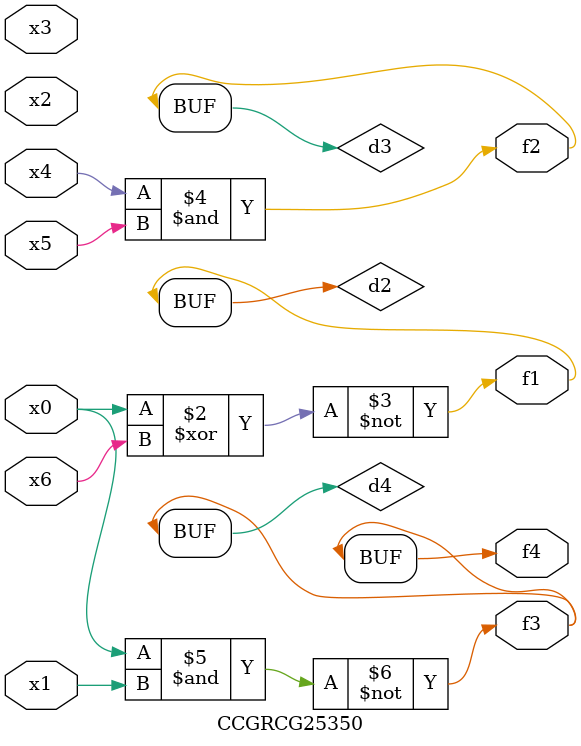
<source format=v>
module CCGRCG25350(
	input x0, x1, x2, x3, x4, x5, x6,
	output f1, f2, f3, f4
);

	wire d1, d2, d3, d4;

	nor (d1, x0);
	xnor (d2, x0, x6);
	and (d3, x4, x5);
	nand (d4, x0, x1);
	assign f1 = d2;
	assign f2 = d3;
	assign f3 = d4;
	assign f4 = d4;
endmodule

</source>
